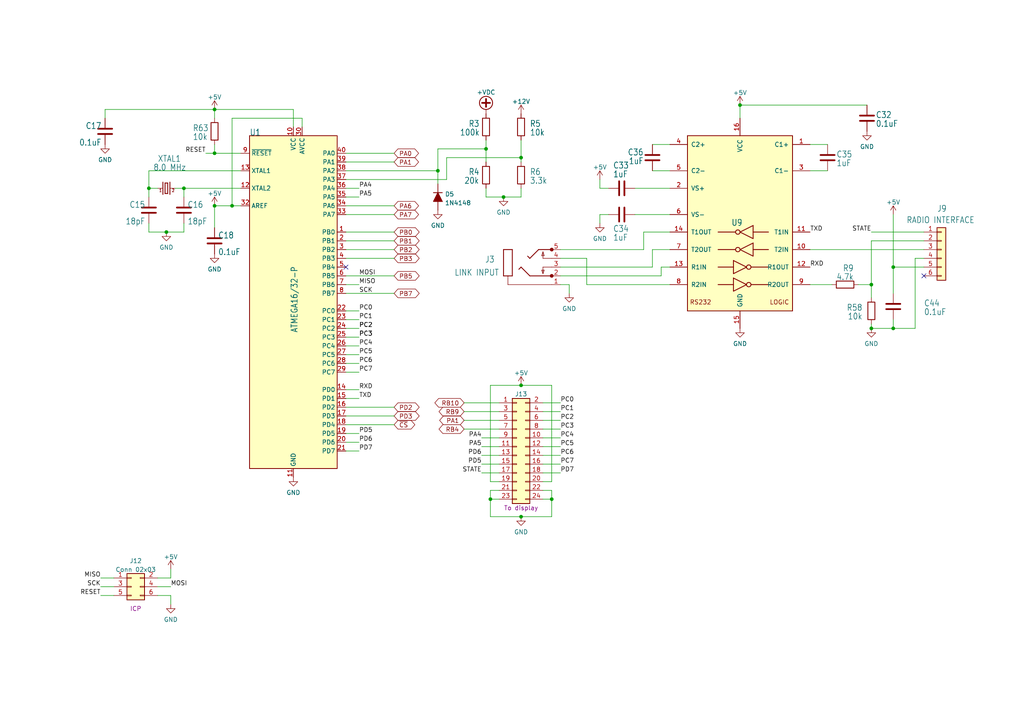
<source format=kicad_sch>
(kicad_sch (version 20211123) (generator eeschema)
  (paper "A4")
  (title_block (date "2022-08-01") (rev "1.3-Chi"))
  (lib_symbols
    (symbol "Connector_Generic:Conn_01x06" (pin_names (offset 1.016) hide)
      (property "Reference" "J" (at 0 7.62 0))
      (property "Value" "Conn_01x06" (at 0 -10.16 0))
      (symbol "Conn_01x06_1_1"
        (rectangle (start -1.27 -7.493) (end 0 -7.747) (stroke (width 0.1524)))
        (rectangle (start -1.27 -4.953) (end 0 -5.207) (stroke (width 0.1524)))
        (rectangle (start -1.27 -2.413) (end 0 -2.667) (stroke (width 0.1524)))
        (rectangle (start -1.27 0.127) (end 0 -0.127) (stroke (width 0.1524)))
        (rectangle (start -1.27 2.667) (end 0 2.413) (stroke (width 0.1524)))
        (rectangle (start -1.27 5.207) (end 0 4.953) (stroke (width 0.1524)))
        (rectangle (start -1.27 6.35) (end 1.27 -8.89) (stroke (width 0.254)) (fill (type background)))
        (pin passive line (at -5.08 5.08 0) (length 3.81) (name "Pin_1") (number "1"))
        (pin passive line (at -5.08 2.54 0) (length 3.81) (name "Pin_2") (number "2"))
        (pin passive line (at -5.08 0 0) (length 3.81) (name "Pin_3") (number "3"))
        (pin passive line (at -5.08 -2.54 0) (length 3.81) (name "Pin_4") (number "4"))
        (pin passive line (at -5.08 -5.08 0) (length 3.81) (name "Pin_5") (number "5"))
        (pin passive line (at -5.08 -7.62 0) (length 3.81) (name "Pin_6") (number "6"))
      )
    )
    (symbol "Connector_Generic:Conn_02x03_Odd_Even" (pin_names (offset 1.016) hide)
      (property "Reference" "J" (at 1.27 5.08 0))
      (property "Value" "Conn_02x03_Odd_Even" (at 1.27 -5.08 0))
      (symbol "Conn_02x03_Odd_Even_1_1"
        (rectangle (start -1.27 -2.413) (end 0 -2.667) (stroke (width 0.1524)))
        (rectangle (start -1.27 0.127) (end 0 -0.127) (stroke (width 0.1524)))
        (rectangle (start -1.27 2.667) (end 0 2.413) (stroke (width 0.1524)))
        (rectangle (start -1.27 3.81) (end 3.81 -3.81) (stroke (width 0.254)) (fill (type background)))
        (rectangle (start 3.81 -2.413) (end 2.54 -2.667) (stroke (width 0.1524)))
        (rectangle (start 3.81 0.127) (end 2.54 -0.127) (stroke (width 0.1524)))
        (rectangle (start 3.81 2.667) (end 2.54 2.413) (stroke (width 0.1524)))
        (pin passive line (at -5.08 2.54 0) (length 3.81) (name "Pin_1") (number "1"))
        (pin passive line (at 7.62 2.54 180) (length 3.81) (name "Pin_2") (number "2"))
        (pin passive line (at -5.08 0 0) (length 3.81) (name "Pin_3") (number "3"))
        (pin passive line (at 7.62 0 180) (length 3.81) (name "Pin_4") (number "4"))
        (pin passive line (at -5.08 -2.54 0) (length 3.81) (name "Pin_5") (number "5"))
        (pin passive line (at 7.62 -2.54 180) (length 3.81) (name "Pin_6") (number "6"))
      )
    )
    (symbol "Connector_Generic:Conn_02x12_Odd_Even" (pin_names (offset 1.016) hide)
      (property "Reference" "J" (at 1.27 15.24 0))
      (property "Value" "Conn_02x12_Odd_Even" (at 1.27 -17.78 0))
      (symbol "Conn_02x12_Odd_Even_1_1"
        (rectangle (start -1.27 -15.113) (end 0 -15.367) (stroke (width 0.1524)))
        (rectangle (start -1.27 -12.573) (end 0 -12.827) (stroke (width 0.1524)))
        (rectangle (start -1.27 -10.033) (end 0 -10.287) (stroke (width 0.1524)))
        (rectangle (start -1.27 -7.493) (end 0 -7.747) (stroke (width 0.1524)))
        (rectangle (start -1.27 -4.953) (end 0 -5.207) (stroke (width 0.1524)))
        (rectangle (start -1.27 -2.413) (end 0 -2.667) (stroke (width 0.1524)))
        (rectangle (start -1.27 0.127) (end 0 -0.127) (stroke (width 0.1524)))
        (rectangle (start -1.27 2.667) (end 0 2.413) (stroke (width 0.1524)))
        (rectangle (start -1.27 5.207) (end 0 4.953) (stroke (width 0.1524)))
        (rectangle (start -1.27 7.747) (end 0 7.493) (stroke (width 0.1524)))
        (rectangle (start -1.27 10.287) (end 0 10.033) (stroke (width 0.1524)))
        (rectangle (start -1.27 12.827) (end 0 12.573) (stroke (width 0.1524)))
        (rectangle (start -1.27 13.97) (end 3.81 -16.51) (stroke (width 0.254)) (fill (type background)))
        (rectangle (start 3.81 -15.113) (end 2.54 -15.367) (stroke (width 0.1524)))
        (rectangle (start 3.81 -12.573) (end 2.54 -12.827) (stroke (width 0.1524)))
        (rectangle (start 3.81 -10.033) (end 2.54 -10.287) (stroke (width 0.1524)))
        (rectangle (start 3.81 -7.493) (end 2.54 -7.747) (stroke (width 0.1524)))
        (rectangle (start 3.81 -4.953) (end 2.54 -5.207) (stroke (width 0.1524)))
        (rectangle (start 3.81 -2.413) (end 2.54 -2.667) (stroke (width 0.1524)))
        (rectangle (start 3.81 0.127) (end 2.54 -0.127) (stroke (width 0.1524)))
        (rectangle (start 3.81 2.667) (end 2.54 2.413) (stroke (width 0.1524)))
        (rectangle (start 3.81 5.207) (end 2.54 4.953) (stroke (width 0.1524)))
        (rectangle (start 3.81 7.747) (end 2.54 7.493) (stroke (width 0.1524)))
        (rectangle (start 3.81 10.287) (end 2.54 10.033) (stroke (width 0.1524)))
        (rectangle (start 3.81 12.827) (end 2.54 12.573) (stroke (width 0.1524)))
        (pin passive line (at -5.08 12.7 0) (length 3.81) (name "Pin_1") (number "1"))
        (pin passive line (at 7.62 2.54 180) (length 3.81) (name "Pin_10") (number "10"))
        (pin passive line (at -5.08 0 0) (length 3.81) (name "Pin_11") (number "11"))
        (pin passive line (at 7.62 0 180) (length 3.81) (name "Pin_12") (number "12"))
        (pin passive line (at -5.08 -2.54 0) (length 3.81) (name "Pin_13") (number "13"))
        (pin passive line (at 7.62 -2.54 180) (length 3.81) (name "Pin_14") (number "14"))
        (pin passive line (at -5.08 -5.08 0) (length 3.81) (name "Pin_15") (number "15"))
        (pin passive line (at 7.62 -5.08 180) (length 3.81) (name "Pin_16") (number "16"))
        (pin passive line (at -5.08 -7.62 0) (length 3.81) (name "Pin_17") (number "17"))
        (pin passive line (at 7.62 -7.62 180) (length 3.81) (name "Pin_18") (number "18"))
        (pin passive line (at -5.08 -10.16 0) (length 3.81) (name "Pin_19") (number "19"))
        (pin passive line (at 7.62 12.7 180) (length 3.81) (name "Pin_2") (number "2"))
        (pin passive line (at 7.62 -10.16 180) (length 3.81) (name "Pin_20") (number "20"))
        (pin passive line (at -5.08 -12.7 0) (length 3.81) (name "Pin_21") (number "21"))
        (pin passive line (at 7.62 -12.7 180) (length 3.81) (name "Pin_22") (number "22"))
        (pin passive line (at -5.08 -15.24 0) (length 3.81) (name "Pin_23") (number "23"))
        (pin passive line (at 7.62 -15.24 180) (length 3.81) (name "Pin_24") (number "24"))
        (pin passive line (at -5.08 10.16 0) (length 3.81) (name "Pin_3") (number "3"))
        (pin passive line (at 7.62 10.16 180) (length 3.81) (name "Pin_4") (number "4"))
        (pin passive line (at -5.08 7.62 0) (length 3.81) (name "Pin_5") (number "5"))
        (pin passive line (at 7.62 7.62 180) (length 3.81) (name "Pin_6") (number "6"))
        (pin passive line (at -5.08 5.08 0) (length 3.81) (name "Pin_7") (number "7"))
        (pin passive line (at 7.62 5.08 180) (length 3.81) (name "Pin_8") (number "8"))
        (pin passive line (at -5.08 2.54 0) (length 3.81) (name "Pin_9") (number "9"))
      )
    )
    (symbol "Device:C" (pin_numbers hide) (pin_names (offset 0.254))
      (property "Reference" "C" (at 0.635 2.54 0))
      (property "Value" "C" (at 0.635 -2.54 0))
      (symbol "C_0_1"
        (polyline (pts (xy -2.032 -0.762) (xy 2.032 -0.762)) (stroke (width 0.508)))
        (polyline (pts (xy -2.032 0.762) (xy 2.032 0.762)) (stroke (width 0.508)))
      )
      (symbol "C_1_1"
        (pin passive line (at 0 3.81 270) (length 2.794) (name "~") (number "1"))
        (pin passive line (at 0 -3.81 90) (length 2.794) (name "~") (number "2"))
      )
    )
    (symbol "Device:D_Filled" (pin_numbers hide) (pin_names (offset 1.016) hide)
      (property "Reference" "D" (at 0 2.54 0))
      (property "Value" "D_Filled" (at 0 -2.54 0))
      (symbol "D_Filled_0_1"
        (polyline (pts (xy -1.27 1.27) (xy -1.27 -1.27)) (stroke (width 0.254)))
        (polyline (pts (xy 1.27 0) (xy -1.27 0)))
        (polyline (pts (xy 1.27 1.27) (xy 1.27 -1.27) (xy -1.27 0) (xy 1.27 1.27)) (stroke (width 0.254)) (fill (type outline)))
      )
      (symbol "D_Filled_1_1"
        (pin passive line (at -3.81 0 0) (length 2.54) (name "K") (number "1"))
        (pin passive line (at 3.81 0 180) (length 2.54) (name "A") (number "2"))
      )
    )
    (symbol "Device:R" (pin_numbers hide) (pin_names (offset 0))
      (property "Reference" "R" (at 2.032 0 90))
      (property "Value" "R" (at 0 0 90))
      (symbol "R_0_1"
        (rectangle (start -1.016 -2.54) (end 1.016 2.54) (stroke (width 0.254)))
      )
      (symbol "R_1_1"
        (pin passive line (at 0 3.81 270) (length 1.27) (name "~") (number "1"))
        (pin passive line (at 0 -3.81 90) (length 1.27) (name "~") (number "2"))
      )
    )
    (symbol "Interface_UART:MAX232" (pin_names (offset 1.016))
      (property "Reference" "U" (at -2.54 28.575 0))
      (property "Value" "MAX232" (at -2.54 26.67 0))
      (symbol "MAX232_0_0"
        (text "LOGIC" (at -11.43 -22.86 0) (effects (font (size 1.27 1.27))))
        (text "RS232" (at 11.43 -22.86 0) (effects (font (size 1.27 1.27))))
      )
      (symbol "MAX232_0_1"
        (rectangle (start -15.24 -25.4) (end 15.24 25.4) (stroke (width 0.254)) (fill (type background)))
        (circle (center -2.54 -17.78) (radius 0.635) (stroke (width 0.254)))
        (circle (center -2.54 -12.7) (radius 0.635) (stroke (width 0.254)))
        (polyline (pts (xy -3.81 -7.62) (xy -8.255 -7.62)) (stroke (width 0.254)))
        (polyline (pts (xy -3.81 -2.54) (xy -8.255 -2.54)) (stroke (width 0.254)))
        (polyline (pts (xy -3.175 -17.78) (xy -8.255 -17.78)) (stroke (width 0.254)))
        (polyline (pts (xy -3.175 -12.7) (xy -8.255 -12.7)) (stroke (width 0.254)))
        (polyline (pts (xy 1.27 -7.62) (xy 6.35 -7.62)) (stroke (width 0.254)))
        (polyline (pts (xy 1.27 -2.54) (xy 6.35 -2.54)) (stroke (width 0.254)))
        (polyline (pts (xy 1.905 -17.78) (xy 6.35 -17.78)) (stroke (width 0.254)))
        (polyline (pts (xy 1.905 -12.7) (xy 6.35 -12.7)) (stroke (width 0.254)))
        (polyline (pts (xy -3.81 -5.715) (xy -3.81 -9.525) (xy 0 -7.62) (xy -3.81 -5.715)) (stroke (width 0.254)))
        (polyline (pts (xy -3.81 -0.635) (xy -3.81 -4.445) (xy 0 -2.54) (xy -3.81 -0.635)) (stroke (width 0.254)))
        (polyline (pts (xy 1.905 -15.875) (xy 1.905 -19.685) (xy -1.905 -17.78) (xy 1.905 -15.875)) (stroke (width 0.254)))
        (polyline (pts (xy 1.905 -10.795) (xy 1.905 -14.605) (xy -1.905 -12.7) (xy 1.905 -10.795)) (stroke (width 0.254)))
        (circle (center 0.635 -7.62) (radius 0.635) (stroke (width 0.254)))
        (circle (center 0.635 -2.54) (radius 0.635) (stroke (width 0.254)))
      )
      (symbol "MAX232_1_1"
        (pin passive line (at -20.32 22.86 0) (length 5.08) (name "C1+") (number "1"))
        (pin input line (at -20.32 -7.62 0) (length 5.08) (name "T2IN") (number "10"))
        (pin input line (at -20.32 -2.54 0) (length 5.08) (name "T1IN") (number "11"))
        (pin output line (at -20.32 -12.7 0) (length 5.08) (name "R1OUT") (number "12"))
        (pin input line (at 20.32 -12.7 180) (length 5.08) (name "R1IN") (number "13"))
        (pin output line (at 20.32 -2.54 180) (length 5.08) (name "T1OUT") (number "14"))
        (pin power_in line (at 0 -30.48 90) (length 5.08) (name "GND") (number "15"))
        (pin power_in line (at 0 30.48 270) (length 5.08) (name "VCC") (number "16"))
        (pin power_out line (at 20.32 10.16 180) (length 5.08) (name "VS+") (number "2"))
        (pin passive line (at -20.32 15.24 0) (length 5.08) (name "C1-") (number "3"))
        (pin passive line (at 20.32 22.86 180) (length 5.08) (name "C2+") (number "4"))
        (pin passive line (at 20.32 15.24 180) (length 5.08) (name "C2-") (number "5"))
        (pin power_out line (at 20.32 2.54 180) (length 5.08) (name "VS-") (number "6"))
        (pin output line (at 20.32 -7.62 180) (length 5.08) (name "T2OUT") (number "7"))
        (pin input line (at 20.32 -17.78 180) (length 5.08) (name "R2IN") (number "8"))
        (pin output line (at -20.32 -17.78 0) (length 5.08) (name "R2OUT") (number "9"))
      )
    )
    (symbol "MCU_Microchip_ATmega:ATmega16-16P"
      (property "Reference" "U" (at -12.7 49.53 0))
      (property "Value" "ATmega16-16P" (at 2.54 -49.53 0))
      (symbol "ATmega16-16P_0_1"
        (rectangle (start -12.7 -48.26) (end 12.7 48.26) (stroke (width 0.254)) (fill (type background)))
      )
      (symbol "ATmega16-16P_1_1"
        (pin bidirectional line (at 15.24 20.32 180) (length 2.54) (name "PB0") (number "1"))
        (pin power_in line (at 0 50.8 270) (length 2.54) (name "VCC") (number "10"))
        (pin power_in line (at 0 -50.8 90) (length 2.54) (name "GND") (number "11"))
        (pin output line (at -15.24 33.02 0) (length 2.54) (name "XTAL2") (number "12"))
        (pin input line (at -15.24 38.1 0) (length 2.54) (name "XTAL1") (number "13"))
        (pin bidirectional line (at 15.24 -25.4 180) (length 2.54) (name "PD0") (number "14"))
        (pin bidirectional line (at 15.24 -27.94 180) (length 2.54) (name "PD1") (number "15"))
        (pin bidirectional line (at 15.24 -30.48 180) (length 2.54) (name "PD2") (number "16"))
        (pin bidirectional line (at 15.24 -33.02 180) (length 2.54) (name "PD3") (number "17"))
        (pin bidirectional line (at 15.24 -35.56 180) (length 2.54) (name "PD4") (number "18"))
        (pin bidirectional line (at 15.24 -38.1 180) (length 2.54) (name "PD5") (number "19"))
        (pin bidirectional line (at 15.24 17.78 180) (length 2.54) (name "PB1") (number "2"))
        (pin bidirectional line (at 15.24 -40.64 180) (length 2.54) (name "PD6") (number "20"))
        (pin bidirectional line (at 15.24 -43.18 180) (length 2.54) (name "PD7") (number "21"))
        (pin bidirectional line (at 15.24 -2.54 180) (length 2.54) (name "PC0") (number "22"))
        (pin bidirectional line (at 15.24 -5.08 180) (length 2.54) (name "PC1") (number "23"))
        (pin bidirectional line (at 15.24 -7.62 180) (length 2.54) (name "PC2") (number "24"))
        (pin bidirectional line (at 15.24 -10.16 180) (length 2.54) (name "PC3") (number "25"))
        (pin bidirectional line (at 15.24 -12.7 180) (length 2.54) (name "PC4") (number "26"))
        (pin bidirectional line (at 15.24 -15.24 180) (length 2.54) (name "PC5") (number "27"))
        (pin bidirectional line (at 15.24 -17.78 180) (length 2.54) (name "PC6") (number "28"))
        (pin bidirectional line (at 15.24 -20.32 180) (length 2.54) (name "PC7") (number "29"))
        (pin bidirectional line (at 15.24 15.24 180) (length 2.54) (name "PB2") (number "3"))
        (pin power_in line (at 2.54 50.8 270) (length 2.54) (name "AVCC") (number "30"))
        (pin passive line (at 0 -50.8 90) (length 2.54) hide (name "GND") (number "31"))
        (pin passive line (at -15.24 27.94 0) (length 2.54) (name "AREF") (number "32"))
        (pin bidirectional line (at 15.24 25.4 180) (length 2.54) (name "PA7") (number "33"))
        (pin bidirectional line (at 15.24 27.94 180) (length 2.54) (name "PA6") (number "34"))
        (pin bidirectional line (at 15.24 30.48 180) (length 2.54) (name "PA5") (number "35"))
        (pin bidirectional line (at 15.24 33.02 180) (length 2.54) (name "PA4") (number "36"))
        (pin bidirectional line (at 15.24 35.56 180) (length 2.54) (name "PA3") (number "37"))
        (pin bidirectional line (at 15.24 38.1 180) (length 2.54) (name "PA2") (number "38"))
        (pin bidirectional line (at 15.24 40.64 180) (length 2.54) (name "PA1") (number "39"))
        (pin bidirectional line (at 15.24 12.7 180) (length 2.54) (name "PB3") (number "4"))
        (pin bidirectional line (at 15.24 43.18 180) (length 2.54) (name "PA0") (number "40"))
        (pin bidirectional line (at 15.24 10.16 180) (length 2.54) (name "PB4") (number "5"))
        (pin bidirectional line (at 15.24 7.62 180) (length 2.54) (name "PB5") (number "6"))
        (pin bidirectional line (at 15.24 5.08 180) (length 2.54) (name "PB6") (number "7"))
        (pin bidirectional line (at 15.24 2.54 180) (length 2.54) (name "PB7") (number "8"))
        (pin input line (at -15.24 43.18 0) (length 2.54) (name "~{RESET}") (number "9"))
      )
    )
    (symbol "mk312-eagle-import:CRYSTALHC49S"
      (property "Reference" "Q" (at 2.54 1.016 0))
      (property "Value" "CRYSTALHC49S" (at 2.54 -2.54 0))
      (symbol "CRYSTALHC49S_1_0"
        (polyline (pts (xy -2.54 0) (xy -1.016 0)) (stroke (width 0.1524)))
        (polyline (pts (xy -1.016 1.778) (xy -1.016 -1.778)) (stroke (width 0.254)))
        (polyline (pts (xy -0.381 -1.524) (xy 0.381 -1.524)) (stroke (width 0.254)))
        (polyline (pts (xy -0.381 1.524) (xy -0.381 -1.524)) (stroke (width 0.254)))
        (polyline (pts (xy 0.381 -1.524) (xy 0.381 1.524)) (stroke (width 0.254)))
        (polyline (pts (xy 0.381 1.524) (xy -0.381 1.524)) (stroke (width 0.254)))
        (polyline (pts (xy 1.016 0) (xy 2.54 0)) (stroke (width 0.1524)))
        (polyline (pts (xy 1.016 1.778) (xy 1.016 -1.778)) (stroke (width 0.254)))
        (text "1" (at -2.159 -1.143 0) (effects (font (size 0.8636 0.734)) (justify left bottom)))
        (text "2" (at 1.524 -1.143 0) (effects (font (size 0.8636 0.734)) (justify left bottom)))
        (pin passive line (at -2.54 0 0) (length 0) (name "1") (number "1"))
        (pin passive line (at 2.54 0 180) (length 0) (name "2") (number "2"))
      )
    )
    (symbol "mk312-eagle-import:STEREOJACK"
      (property "Reference" "X" (at -7.62 3.81 0))
      (property "Value" "STEREOJACK" (at -7.62 -10.16 0))
      (symbol "STEREOJACK_1_0"
        (circle (center -10.16 -5.08) (radius 0.127) (stroke (width 0.4064)))
        (circle (center -10.16 2.54) (radius 0.127) (stroke (width 0.4064)))
        (polyline (pts (xy -10.16 -5.08) (xy -3.81 -5.08)) (stroke (width 0.254)))
        (polyline (pts (xy -10.16 -2.54) (xy -7.62 -2.54)) (stroke (width 0.1524)))
        (polyline (pts (xy -10.16 0) (xy -7.62 0)) (stroke (width 0.1524)))
        (polyline (pts (xy -10.16 2.54) (xy -6.35 2.54)) (stroke (width 0.254)))
        (polyline (pts (xy -8.001 -3.429) (xy -7.239 -3.429)) (stroke (width 0.1524)))
        (polyline (pts (xy -8.001 0.762) (xy -7.239 0.762)) (stroke (width 0.1524)))
        (polyline (pts (xy -7.62 -4.445) (xy -8.001 -3.429)) (stroke (width 0.1524)))
        (polyline (pts (xy -7.62 -2.54) (xy -7.62 -4.445)) (stroke (width 0.1524)))
        (polyline (pts (xy -7.62 0) (xy -7.62 1.905)) (stroke (width 0.1524)))
        (polyline (pts (xy -7.62 1.905) (xy -8.001 0.762)) (stroke (width 0.1524)))
        (polyline (pts (xy -7.239 -3.429) (xy -7.62 -4.445)) (stroke (width 0.1524)))
        (polyline (pts (xy -7.239 0.762) (xy -7.62 1.905)) (stroke (width 0.1524)))
        (polyline (pts (xy -6.35 2.54) (xy -3.81 0)) (stroke (width 0.254)))
        (polyline (pts (xy -3.81 0) (xy -3.175 0.635)) (stroke (width 0.254)))
        (polyline (pts (xy -1.27 -2.54) (xy -3.81 -5.08)) (stroke (width 0.254)))
        (polyline (pts (xy -0.635 -3.175) (xy -1.27 -2.54)) (stroke (width 0.254)))
        (polyline (pts (xy 1.27 -5.08) (xy 1.27 2.54)) (stroke (width 0.254)))
        (polyline (pts (xy 1.27 -5.08) (xy 2.54 -5.08)) (stroke (width 0.254)))
        (polyline (pts (xy 1.27 2.54) (xy 3.81 2.54)) (stroke (width 0.254)))
        (polyline (pts (xy 2.54 -7.62) (xy -10.16 -7.62)) (stroke (width 0.1524)))
        (polyline (pts (xy 2.54 -5.08) (xy 2.54 -7.62)) (stroke (width 0.1524)))
        (polyline (pts (xy 2.54 -5.08) (xy 3.81 -5.08)) (stroke (width 0.254)))
        (polyline (pts (xy 3.81 -5.08) (xy 3.81 2.54)) (stroke (width 0.254)))
        (pin passive line (at -12.7 -7.62 0) (length 2.54) (name "1") (number "1"))
        (pin passive line (at -12.7 -5.08 0) (length 2.54) (name "2") (number "2"))
        (pin passive line (at -12.7 -2.54 0) (length 2.54) (name "3") (number "3"))
        (pin passive line (at -12.7 0 0) (length 2.54) (name "4") (number "4"))
        (pin passive line (at -12.7 2.54 0) (length 2.54) (name "5") (number "5"))
      )
    )
    (symbol "power:+12V" (power) (pin_names (offset 0))
      (property "Value" "+12V" (at 0 3.556 0))
      (symbol "+12V_0_1"
        (polyline (pts (xy -0.762 1.27) (xy 0 2.54)))
        (polyline (pts (xy 0 0) (xy 0 2.54)))
        (polyline (pts (xy 0 2.54) (xy 0.762 1.27)))
      )
      (symbol "+12V_1_1"
        (pin power_in line (at 0 0 90) (length 0) hide (name "+12V") (number "1"))
      )
    )
    (symbol "power:+5V" (power) (pin_names (offset 0))
      (property "Value" "+5V" (at 0 3.556 0))
      (symbol "+5V_0_1"
        (polyline (pts (xy -0.762 1.27) (xy 0 2.54)))
        (polyline (pts (xy 0 0) (xy 0 2.54)))
        (polyline (pts (xy 0 2.54) (xy 0.762 1.27)))
      )
      (symbol "+5V_1_1"
        (pin power_in line (at 0 0 90) (length 0) hide (name "+5V") (number "1"))
      )
    )
    (symbol "power:+VDC" (power) (pin_names (offset 0))
      (property "Value" "+VDC" (at 0 6.35 0))
      (symbol "+VDC_0_1"
        (polyline (pts (xy -1.143 3.175) (xy 1.143 3.175)) (stroke (width 0.508)))
        (polyline (pts (xy 0 0) (xy 0 1.27)))
        (polyline (pts (xy 0 2.032) (xy 0 4.318)) (stroke (width 0.508)))
        (circle (center 0 3.175) (radius 1.905) (stroke (width 0.254)))
      )
      (symbol "+VDC_1_1"
        (pin power_in line (at 0 0 90) (length 0) hide (name "+VDC") (number "1"))
      )
    )
    (symbol "power:GND" (power) (pin_names (offset 0))
      (property "Value" "GND" (at 0 -3.81 0))
      (symbol "GND_0_1"
        (polyline (pts (xy 0 0) (xy 0 -1.27) (xy 1.27 -1.27) (xy 0 -2.54) (xy -1.27 -1.27) (xy 0 -1.27)))
      )
      (symbol "GND_1_1"
        (pin power_in line (at 0 0 270) (length 0) hide (name "GND") (number "1"))
      )
    )
  )
  (junction (at 259.08 95.25))
  (junction (at 151.13 45.72))
  (junction (at 48.26 67.31))
  (junction (at 140.97 43.18))
  (junction (at 142.24 144.78))
  (junction (at 252.73 95.25))
  (junction (at 43.18 54.61))
  (junction (at 214.63 30.48))
  (junction (at 259.08 77.47))
  (junction (at 127 49.53))
  (junction (at 151.13 149.86))
  (junction (at 160.02 144.78))
  (junction (at 252.73 82.55))
  (junction (at 67.31 59.69))
  (junction (at 62.23 59.69))
  (junction (at 62.23 44.45))
  (junction (at 53.34 54.61))
  (junction (at 146.05 57.15))
  (junction (at 62.23 31.75))
  (junction (at 151.13 111.76))
  (no_connect (at 100.33 77.47))
  (no_connect (at 267.97 80.01))
  (wire (pts (xy 157.48 119.38) (xy 162.56 119.38)))
  (wire (pts (xy 157.48 127) (xy 162.56 127)))
  (wire (pts (xy 100.33 69.85) (xy 114.3 69.85)))
  (wire (pts (xy 129.54 52.07) (xy 129.54 45.72)))
  (wire (pts (xy 85.09 36.83) (xy 85.09 31.75)))
  (wire (pts (xy 100.33 80.01) (xy 114.3 80.01)))
  (wire (pts (xy 100.33 62.23) (xy 114.3 62.23)))
  (wire (pts (xy 134.62 124.46) (xy 144.78 124.46)))
  (wire (pts (xy 69.85 49.53) (xy 43.18 49.53)))
  (wire (pts (xy 100.33 44.45) (xy 114.3 44.45)))
  (wire (pts (xy 259.08 77.47) (xy 259.08 85.09)))
  (wire (pts (xy 59.69 44.45) (xy 62.23 44.45)))
  (wire (pts (xy 151.13 40.64) (xy 151.13 45.72)))
  (wire (pts (xy 100.33 74.93) (xy 114.3 74.93)))
  (wire (pts (xy 100.33 120.65) (xy 114.3 120.65)))
  (wire (pts (xy 29.21 170.18) (xy 33.02 170.18)))
  (wire (pts (xy 49.53 172.72) (xy 49.53 175.26)))
  (wire (pts (xy 100.33 54.61) (xy 104.14 54.61)))
  (wire (pts (xy 100.33 123.19) (xy 114.3 123.19)))
  (wire (pts (xy 160.02 144.78) (xy 160.02 142.24)))
  (wire (pts (xy 29.21 167.64) (xy 33.02 167.64)))
  (wire (pts (xy 184.15 54.61) (xy 194.31 54.61)))
  (wire (pts (xy 146.05 57.15) (xy 151.13 57.15)))
  (wire (pts (xy 127 43.18) (xy 140.97 43.18)))
  (wire (pts (xy 100.33 52.07) (xy 129.54 52.07)))
  (wire (pts (xy 53.34 67.31) (xy 48.26 67.31)))
  (wire (pts (xy 176.53 62.23) (xy 173.99 62.23)))
  (wire (pts (xy 259.08 62.23) (xy 259.08 77.47)))
  (wire (pts (xy 165.1 82.55) (xy 162.56 82.55)))
  (wire (pts (xy 100.33 46.99) (xy 114.3 46.99)))
  (wire (pts (xy 100.33 105.41) (xy 104.14 105.41)))
  (wire (pts (xy 142.24 142.24) (xy 142.24 144.78)))
  (wire (pts (xy 29.21 172.72) (xy 33.02 172.72)))
  (wire (pts (xy 259.08 77.47) (xy 267.97 77.47)))
  (wire (pts (xy 139.7 129.54) (xy 144.78 129.54)))
  (wire (pts (xy 67.31 34.29) (xy 87.63 34.29)))
  (wire (pts (xy 139.7 127) (xy 144.78 127)))
  (wire (pts (xy 100.33 102.87) (xy 104.14 102.87)))
  (wire (pts (xy 189.23 41.91) (xy 194.31 41.91)))
  (wire (pts (xy 62.23 31.75) (xy 30.48 31.75)))
  (wire (pts (xy 45.72 170.18) (xy 49.53 170.18)))
  (wire (pts (xy 157.48 129.54) (xy 162.56 129.54)))
  (wire (pts (xy 214.63 30.48) (xy 214.63 34.29)))
  (wire (pts (xy 100.33 128.27) (xy 104.14 128.27)))
  (wire (pts (xy 43.18 57.15) (xy 43.18 54.61)))
  (wire (pts (xy 234.95 72.39) (xy 267.97 72.39)))
  (wire (pts (xy 100.33 118.11) (xy 114.3 118.11)))
  (wire (pts (xy 267.97 74.93) (xy 265.43 74.93)))
  (wire (pts (xy 100.33 97.79) (xy 104.14 97.79)))
  (wire (pts (xy 62.23 44.45) (xy 69.85 44.45)))
  (wire (pts (xy 140.97 54.61) (xy 140.97 57.15)))
  (wire (pts (xy 160.02 149.86) (xy 160.02 144.78)))
  (wire (pts (xy 173.99 62.23) (xy 173.99 64.77)))
  (wire (pts (xy 100.33 115.57) (xy 104.14 115.57)))
  (wire (pts (xy 134.62 119.38) (xy 144.78 119.38)))
  (wire (pts (xy 43.18 64.77) (xy 43.18 67.31)))
  (wire (pts (xy 100.33 130.81) (xy 104.14 130.81)))
  (wire (pts (xy 100.33 90.17) (xy 104.14 90.17)))
  (wire (pts (xy 165.1 82.55) (xy 165.1 85.09)))
  (wire (pts (xy 62.23 59.69) (xy 62.23 66.04)))
  (wire (pts (xy 134.62 121.92) (xy 144.78 121.92)))
  (wire (pts (xy 62.23 41.91) (xy 62.23 44.45)))
  (wire (pts (xy 157.48 124.46) (xy 162.56 124.46)))
  (wire (pts (xy 100.33 67.31) (xy 114.3 67.31)))
  (wire (pts (xy 151.13 149.86) (xy 160.02 149.86)))
  (wire (pts (xy 142.24 144.78) (xy 142.24 149.86)))
  (wire (pts (xy 100.33 113.03) (xy 104.14 113.03)))
  (wire (pts (xy 100.33 100.33) (xy 104.14 100.33)))
  (wire (pts (xy 184.15 62.23) (xy 194.31 62.23)))
  (wire (pts (xy 49.53 165.1) (xy 49.53 167.64)))
  (wire (pts (xy 48.26 67.31) (xy 43.18 67.31)))
  (wire (pts (xy 160.02 111.76) (xy 160.02 139.7)))
  (wire (pts (xy 162.56 80.01) (xy 191.77 80.01)))
  (wire (pts (xy 151.13 111.76) (xy 160.02 111.76)))
  (wire (pts (xy 252.73 69.85) (xy 267.97 69.85)))
  (wire (pts (xy 142.24 111.76) (xy 151.13 111.76)))
  (wire (pts (xy 162.56 72.39) (xy 186.69 72.39)))
  (wire (pts (xy 100.33 107.95) (xy 104.14 107.95)))
  (wire (pts (xy 151.13 54.61) (xy 151.13 57.15)))
  (wire (pts (xy 87.63 34.29) (xy 87.63 36.83)))
  (wire (pts (xy 43.18 54.61) (xy 45.72 54.61)))
  (wire (pts (xy 142.24 149.86) (xy 151.13 149.86)))
  (wire (pts (xy 67.31 59.69) (xy 67.31 34.29)))
  (wire (pts (xy 140.97 43.18) (xy 140.97 46.99)))
  (wire (pts (xy 142.24 144.78) (xy 144.78 144.78)))
  (wire (pts (xy 100.33 82.55) (xy 104.14 82.55)))
  (wire (pts (xy 265.43 74.93) (xy 265.43 95.25)))
  (wire (pts (xy 186.69 72.39) (xy 186.69 67.31)))
  (wire (pts (xy 100.33 57.15) (xy 104.14 57.15)))
  (wire (pts (xy 157.48 144.78) (xy 160.02 144.78)))
  (wire (pts (xy 67.31 59.69) (xy 69.85 59.69)))
  (wire (pts (xy 252.73 82.55) (xy 252.73 69.85)))
  (wire (pts (xy 50.8 54.61) (xy 53.34 54.61)))
  (wire (pts (xy 189.23 72.39) (xy 189.23 77.47)))
  (wire (pts (xy 170.18 82.55) (xy 194.31 82.55)))
  (wire (pts (xy 100.33 95.25) (xy 104.14 95.25)))
  (wire (pts (xy 186.69 67.31) (xy 194.31 67.31)))
  (wire (pts (xy 170.18 74.93) (xy 170.18 82.55)))
  (wire (pts (xy 49.53 167.64) (xy 45.72 167.64)))
  (wire (pts (xy 162.56 77.47) (xy 189.23 77.47)))
  (wire (pts (xy 43.18 49.53) (xy 43.18 54.61)))
  (wire (pts (xy 53.34 54.61) (xy 69.85 54.61)))
  (wire (pts (xy 191.77 77.47) (xy 194.31 77.47)))
  (wire (pts (xy 100.33 125.73) (xy 104.14 125.73)))
  (wire (pts (xy 173.99 54.61) (xy 173.99 52.07)))
  (wire (pts (xy 134.62 116.84) (xy 144.78 116.84)))
  (wire (pts (xy 100.33 72.39) (xy 114.3 72.39)))
  (wire (pts (xy 214.63 30.48) (xy 251.46 30.48)))
  (wire (pts (xy 151.13 45.72) (xy 151.13 46.99)))
  (wire (pts (xy 176.53 54.61) (xy 173.99 54.61)))
  (wire (pts (xy 189.23 49.53) (xy 194.31 49.53)))
  (wire (pts (xy 139.7 132.08) (xy 144.78 132.08)))
  (wire (pts (xy 140.97 57.15) (xy 146.05 57.15)))
  (wire (pts (xy 100.33 49.53) (xy 127 49.53)))
  (wire (pts (xy 157.48 116.84) (xy 162.56 116.84)))
  (wire (pts (xy 259.08 95.25) (xy 265.43 95.25)))
  (wire (pts (xy 85.09 31.75) (xy 62.23 31.75)))
  (wire (pts (xy 140.97 40.64) (xy 140.97 43.18)))
  (wire (pts (xy 157.48 132.08) (xy 162.56 132.08)))
  (wire (pts (xy 191.77 80.01) (xy 191.77 77.47)))
  (wire (pts (xy 62.23 59.69) (xy 67.31 59.69)))
  (wire (pts (xy 241.3 82.55) (xy 234.95 82.55)))
  (wire (pts (xy 45.72 172.72) (xy 49.53 172.72)))
  (wire (pts (xy 157.48 134.62) (xy 162.56 134.62)))
  (wire (pts (xy 53.34 57.15) (xy 53.34 54.61)))
  (wire (pts (xy 157.48 142.24) (xy 160.02 142.24)))
  (wire (pts (xy 259.08 95.25) (xy 252.73 95.25)))
  (wire (pts (xy 252.73 82.55) (xy 252.73 86.36)))
  (wire (pts (xy 139.7 134.62) (xy 144.78 134.62)))
  (wire (pts (xy 144.78 139.7) (xy 142.24 139.7)))
  (wire (pts (xy 252.73 67.31) (xy 267.97 67.31)))
  (wire (pts (xy 252.73 82.55) (xy 248.92 82.55)))
  (wire (pts (xy 162.56 74.93) (xy 170.18 74.93)))
  (wire (pts (xy 157.48 121.92) (xy 162.56 121.92)))
  (wire (pts (xy 259.08 92.71) (xy 259.08 95.25)))
  (wire (pts (xy 142.24 139.7) (xy 142.24 111.76)))
  (wire (pts (xy 53.34 64.77) (xy 53.34 67.31)))
  (wire (pts (xy 194.31 72.39) (xy 189.23 72.39)))
  (wire (pts (xy 100.33 92.71) (xy 104.14 92.71)))
  (wire (pts (xy 160.02 139.7) (xy 157.48 139.7)))
  (wire (pts (xy 139.7 137.16) (xy 144.78 137.16)))
  (wire (pts (xy 30.48 31.75) (xy 30.48 34.29)))
  (wire (pts (xy 144.78 142.24) (xy 142.24 142.24)))
  (wire (pts (xy 234.95 49.53) (xy 240.03 49.53)))
  (wire (pts (xy 100.33 85.09) (xy 114.3 85.09)))
  (wire (pts (xy 129.54 45.72) (xy 151.13 45.72)))
  (wire (pts (xy 252.73 93.98) (xy 252.73 95.25)))
  (wire (pts (xy 62.23 31.75) (xy 62.23 34.29)))
  (wire (pts (xy 127 49.53) (xy 127 43.18)))
  (wire (pts (xy 157.48 137.16) (xy 162.56 137.16)))
  (wire (pts (xy 100.33 59.69) (xy 114.3 59.69)))
  (wire (pts (xy 234.95 41.91) (xy 240.03 41.91)))
  (wire (pts (xy 127 49.53) (xy 127 53.34)))
  (label "PC3" (at 162.56 124.46 0))
  (label "PD6" (at 104.14 128.27 0))
  (label "PC2" (at 162.56 121.92 0))
  (label "PC3" (at 104.14 97.79 0))
  (label "PA5" (at 139.7 129.54 180))
  (label "SCK" (at 29.21 170.18 180))
  (label "MISO" (at 104.14 82.55 0))
  (label "RXD" (at 234.95 77.47 0))
  (label "PA4" (at 139.7 127 180))
  (label "STATE" (at 139.7 137.16 180))
  (label "PD5" (at 139.7 134.62 180))
  (label "PC4" (at 104.14 100.33 0))
  (label "PC3" (at 104.14 97.79 0))
  (label "PC6" (at 104.14 105.41 0))
  (label "RXD" (at 104.14 113.03 0))
  (label "PC5" (at 104.14 102.87 0))
  (label "PC7" (at 162.56 134.62 0))
  (label "PC2" (at 104.14 95.25 0))
  (label "PD7" (at 104.14 130.81 0))
  (label "PC2" (at 104.14 95.25 0))
  (label "PC5" (at 162.56 129.54 0))
  (label "MISO" (at 29.21 167.64 180))
  (label "PD5" (at 104.14 125.73 0))
  (label "RESET" (at 29.21 172.72 180))
  (label "PA5" (at 104.14 57.15 0))
  (label "PA4" (at 104.14 54.61 0))
  (label "MOSI" (at 49.53 170.18 0))
  (label "PD6" (at 139.7 132.08 180))
  (label "TXD" (at 234.95 67.31 0))
  (label "PC1" (at 162.56 119.38 0))
  (label "RESET" (at 59.69 44.45 180))
  (label "PC7" (at 104.14 107.95 0))
  (label "PC0" (at 104.14 90.17 0))
  (label "PC6" (at 162.56 132.08 0))
  (label "TXD" (at 104.14 115.57 0))
  (label "PD7" (at 162.56 137.16 0))
  (label "PC4" (at 162.56 127 0))
  (label "PC0" (at 162.56 116.84 0))
  (label "STATE" (at 252.73 67.31 180))
  (label "SCK" (at 104.14 85.09 0))
  (label "PC1" (at 104.14 92.71 0))
  (label "MOSI" (at 104.14 80.01 0))
  (global_label "PB1" (shape bidirectional) (at 114.3 69.85 0) (property "Intersheet References" "${INTERSHEET_REFS}" (effects hide)))
  (global_label "RB10" (shape bidirectional) (at 134.62 116.84 180) (property "Intersheet References" "${INTERSHEET_REFS}" (effects hide)))
  (global_label "RB4" (shape bidirectional) (at 134.62 124.46 180) (property "Intersheet References" "${INTERSHEET_REFS}" (effects hide)))
  (global_label "PD2" (shape bidirectional) (at 114.3 118.11 0) (property "Intersheet References" "${INTERSHEET_REFS}" (effects hide)))
  (global_label "PA0" (shape bidirectional) (at 114.3 44.45 0) (property "Intersheet References" "${INTERSHEET_REFS}" (effects hide)))
  (global_label "PB3" (shape bidirectional) (at 114.3 74.93 0) (property "Intersheet References" "${INTERSHEET_REFS}" (effects hide)))
  (global_label "PD3" (shape bidirectional) (at 114.3 120.65 0) (property "Intersheet References" "${INTERSHEET_REFS}" (effects hide)))
  (global_label "RB9" (shape bidirectional) (at 134.62 119.38 180) (property "Intersheet References" "${INTERSHEET_REFS}" (effects hide)))
  (global_label "PA1" (shape bidirectional) (at 114.3 46.99 0) (property "Intersheet References" "${INTERSHEET_REFS}" (effects hide)))
  (global_label "PB7" (shape bidirectional) (at 114.3 85.09 0) (property "Intersheet References" "${INTERSHEET_REFS}" (effects hide)))
  (global_label "PA6" (shape bidirectional) (at 114.3 59.69 0) (property "Intersheet References" "${INTERSHEET_REFS}" (effects hide)))
  (global_label "PA7" (shape bidirectional) (at 114.3 62.23 0) (property "Intersheet References" "${INTERSHEET_REFS}" (effects hide)))
  (global_label "PB0" (shape bidirectional) (at 114.3 67.31 0) (property "Intersheet References" "${INTERSHEET_REFS}" (effects hide)))
  (global_label "PB5" (shape bidirectional) (at 114.3 80.01 0) (property "Intersheet References" "${INTERSHEET_REFS}" (effects hide)))
  (global_label "~{CS}" (shape bidirectional) (at 114.3 123.19 0) (property "Intersheet References" "${INTERSHEET_REFS}" (effects hide)))
  (global_label "PA1" (shape bidirectional) (at 134.62 121.92 180) (property "Intersheet References" "${INTERSHEET_REFS}" (effects hide)))
  (global_label "PB2" (shape bidirectional) (at 114.3 72.39 0) (property "Intersheet References" "${INTERSHEET_REFS}" (effects hide)))
  (symbol (lib_id "power:+5V") (at 173.99 52.07 0) (unit 1)
    (property "Reference" "#PWR0146" (effects hide))
    (property "Value" "+5V" (at 173.99 48.4942 0))
  )
  (symbol (lib_id "power:GND") (at 214.63 95.25 0) (unit 1)
    (property "Reference" "#PWR0145" (effects hide))
    (property "Value" "GND" (at 214.63 99.6934 0))
  )
  (symbol (lib_id "Device:C") (at 189.23 45.72 180) (unit 1)
    (property "Reference" "C36" (at 186.69 43.18 0) (effects (font (size 1.778 1.5113)) (justify left bottom)))
    (property "Value" "1uF" (at 186.69 45.72 0) (effects (font (size 1.778 1.5113)) (justify left bottom)))
    (property "Footprint" "Capacitor_THT:C_Disc_D3.4mm_W2.1mm_P2.50mm" (effects hide))
  )
  (symbol (lib_id "power:+12V") (at 151.13 33.02 0) (unit 1)
    (property "Reference" "#PWR0158" (effects hide))
    (property "Value" "+12V" (at 151.13 29.4442 0))
  )
  (symbol (lib_id "Device:D_Filled") (at 127 57.15 270) (unit 1)
    (property "Reference" "D5" (at 129.032 56.3153 90) (effects (justify left)))
    (property "Value" "1N4148" (at 129.032 58.8522 90) (effects (justify left)))
    (property "Footprint" "Diode_THT:D_DO-35_SOD27_P10.16mm_Horizontal" (effects hide))
  )
  (symbol (lib_id "Device:R") (at 140.97 50.8 0) (unit 1)
    (property "Reference" "R4" (at 135.89 50.8 0) (effects (font (size 1.778 1.5113)) (justify left bottom)))
    (property "Value" "20k" (at 134.62 53.34 0) (effects (font (size 1.778 1.5113)) (justify left bottom)))
    (property "Footprint" "Resistor_THT:R_Axial_DIN0207_L6.3mm_D2.5mm_P10.16mm_Horizontal" (effects hide))
  )
  (symbol (lib_id "Device:C") (at 259.08 88.9 0) (unit 1)
    (property "Reference" "C44" (at 267.97 88.9 0) (effects (font (size 1.778 1.5113)) (justify left bottom)))
    (property "Value" "0.1uF" (at 267.97 91.44 0) (effects (font (size 1.778 1.5113)) (justify left bottom)))
    (property "Footprint" "Capacitor_THT:C_Disc_D3.0mm_W1.6mm_P2.50mm" (effects hide))
  )
  (symbol (lib_id "Device:C") (at 53.34 60.96 0) (unit 1)
    (property "Reference" "C16" (at 54.356 60.325 0) (effects (font (size 1.778 1.5113)) (justify left bottom)))
    (property "Value" "18pF" (at 54.356 65.151 0) (effects (font (size 1.778 1.5113)) (justify left bottom)))
    (property "Footprint" "Capacitor_THT:C_Disc_D3.0mm_W1.6mm_P2.50mm" (effects hide))
  )
  (symbol (lib_id "Device:R") (at 151.13 36.83 0) (unit 1)
    (property "Reference" "R5" (at 153.67 36.83 0) (effects (font (size 1.778 1.5113)) (justify left bottom)))
    (property "Value" "10k" (at 153.67 39.37 0) (effects (font (size 1.778 1.5113)) (justify left bottom)))
    (property "Footprint" "Resistor_THT:R_Axial_DIN0207_L6.3mm_D2.5mm_P10.16mm_Horizontal" (effects hide))
  )
  (symbol (lib_id "Interface_UART:MAX232") (at 214.63 64.77 0) (mirror y) (unit 1)
    (property "Reference" "U9" (at 215.392 65.532 0) (effects (font (size 1.778 1.5113)) (justify left bottom)))
    (property "Value" "MAX232" (effects hide))
    (property "Footprint" "Package_DIP:DIP-16_W7.62mm" (effects hide))
    (property "Datasheet" "http://www.ti.com/lit/ds/symlink/max232.pdf" (effects hide))
  )
  (symbol (lib_id "power:GND") (at 251.46 38.1 0) (unit 1)
    (property "Reference" "#PWR0144" (effects hide))
    (property "Value" "GND" (at 251.46 42.5434 0))
  )
  (symbol (lib_id "power:+5V") (at 214.63 30.48 0) (unit 1)
    (property "Reference" "#PWR0143" (effects hide))
    (property "Value" "+5V" (at 214.63 26.9042 0))
  )
  (symbol (lib_id "power:+VDC") (at 140.97 33.02 0) (unit 1)
    (property "Reference" "#PWR0115" (effects hide))
    (property "Value" "+VDC" (at 140.97 26.7772 0))
  )
  (symbol (lib_id "Connector_Generic:Conn_02x03_Odd_Even") (at 38.1 170.18 0) (unit 1)
    (property "Reference" "J12" (at 39.37 162.6702 0))
    (property "Value" "Conn 02x03" (at 39.37 165.2071 0))
    (property "Footprint" "Connector_IDC:IDC-Header_2x03_P2.54mm_Vertical" (effects hide))
    (property "Function" "ICP" (at 39.37 176.53 0))
  )
  (symbol (lib_id "Device:C") (at 43.18 60.96 0) (mirror y) (unit 1)
    (property "Reference" "C15" (at 42.164 60.325 0) (effects (font (size 1.778 1.5113)) (justify left bottom)))
    (property "Value" "18pF" (at 42.164 65.151 0) (effects (font (size 1.778 1.5113)) (justify left bottom)))
    (property "Footprint" "Capacitor_THT:C_Disc_D3.0mm_W1.6mm_P2.50mm" (effects hide))
  )
  (symbol (lib_id "Connector_Generic:Conn_02x12_Odd_Even") (at 149.86 129.54 0) (unit 1)
    (property "Reference" "J13" (at 151.13 114.3 0))
    (property "Value" "Conn_02x12" (effects hide))
    (property "Footprint" "Connector_IDC:IDC-Header_2x12_P2.54mm_Vertical" (effects hide))
    (property "Function" "To display" (at 151.13 147.32 0))
  )
  (symbol (lib_id "power:GND") (at 146.05 57.15 0) (unit 1)
    (property "Reference" "#PWR0157" (effects hide))
    (property "Value" "GND" (at 146.05 61.5934 0))
  )
  (symbol (lib_id "power:GND") (at 151.13 149.86 0) (unit 1)
    (property "Reference" "#PWR02" (effects hide))
    (property "Value" "GND" (at 151.13 154.3034 0))
  )
  (symbol (lib_id "Device:R") (at 252.73 90.17 0) (mirror y) (unit 1)
    (property "Reference" "R58" (at 250.19 90.17 0) (effects (font (size 1.778 1.5113)) (justify left bottom)))
    (property "Value" "10k" (at 250.19 92.71 0) (effects (font (size 1.778 1.5113)) (justify left bottom)))
    (property "Footprint" "Resistor_THT:R_Axial_DIN0207_L6.3mm_D2.5mm_P10.16mm_Horizontal" (effects hide))
  )
  (symbol (lib_id "Device:R") (at 62.23 38.1 0) (unit 1)
    (property "Reference" "R63" (at 55.88 38.1 0) (effects (font (size 1.778 1.5113)) (justify left bottom)))
    (property "Value" "10k" (at 55.88 40.64 0) (effects (font (size 1.778 1.5113)) (justify left bottom)))
    (property "Footprint" "Resistor_THT:R_Axial_DIN0207_L6.3mm_D2.5mm_P10.16mm_Horizontal" (effects hide))
  )
  (symbol (lib_id "power:GND") (at 30.48 41.91 0) (unit 1)
    (property "Reference" "#PWR0154" (effects hide))
    (property "Value" "GND" (at 30.48 46.3534 0))
  )
  (symbol (lib_id "power:GND") (at 49.53 175.26 0) (unit 1)
    (property "Reference" "#PWR0141" (effects hide))
    (property "Value" "GND" (at 49.53 179.7034 0))
  )
  (symbol (lib_id "power:+5V") (at 49.53 165.1 0) (unit 1)
    (property "Reference" "#PWR0142" (effects hide))
    (property "Value" "+5V" (at 49.53 161.5242 0))
  )
  (symbol (lib_id "power:+5V") (at 259.08 62.23 0) (unit 1)
    (property "Reference" "#PWR0151" (effects hide))
    (property "Value" "+5V" (at 259.08 58.6542 0))
  )
  (symbol (lib_id "Device:R") (at 245.11 82.55 90) (mirror x) (unit 1)
    (property "Reference" "R9" (at 247.65 78.74 90) (effects (font (size 1.778 1.5113)) (justify left bottom)))
    (property "Value" "4.7k" (at 247.65 81.28 90) (effects (font (size 1.778 1.5113)) (justify left bottom)))
    (property "Footprint" "Resistor_THT:R_Axial_DIN0207_L6.3mm_D2.5mm_P10.16mm_Horizontal" (effects hide))
  )
  (symbol (lib_id "power:+5V") (at 151.13 111.76 0) (unit 1)
    (property "Reference" "#PWR01" (effects hide))
    (property "Value" "+5V" (at 151.13 108.1842 0))
  )
  (symbol (lib_id "mk312-eagle-import:CRYSTALHC49S") (at 48.26 54.61 0) (unit 1)
    (property "Reference" "XTAL1" (at 45.72 46.99 0) (effects (font (size 1.778 1.5113)) (justify left bottom)))
    (property "Value" "8.0 MHz" (at 44.45 49.53 0) (effects (font (size 1.778 1.5113)) (justify left bottom)))
    (property "Footprint" "Crystal:Crystal_HC49-U_Vertical" (effects hide))
  )
  (symbol (lib_id "MCU_Microchip_ATmega:ATmega16-16P") (at 85.09 87.63 0) (unit 1)
    (property "Reference" "U1" (at 72.39 39.37 0) (effects (font (size 1.778 1.5113)) (justify left bottom)))
    (property "Value" "ATMEGA16/32-P" (at 86.36 96.52 90) (effects (font (size 1.778 1.5113)) (justify left bottom)))
    (property "Footprint" "Package_DIP:DIP-40_W15.24mm" (effects hide))
    (property "Datasheet" "http://ww1.microchip.com/downloads/en/DeviceDoc/doc2466.pdf" (effects hide))
  )
  (symbol (lib_id "Device:C") (at 180.34 62.23 270) (unit 1)
    (property "Reference" "C34" (at 177.8 67.31 90) (effects (font (size 1.778 1.5113)) (justify left bottom)))
    (property "Value" "1uF" (at 177.8 69.85 90) (effects (font (size 1.778 1.5113)) (justify left bottom)))
    (property "Footprint" "Capacitor_THT:C_Disc_D3.4mm_W2.1mm_P2.50mm" (effects hide))
  )
  (symbol (lib_id "power:GND") (at 173.99 64.77 0) (unit 1)
    (property "Reference" "#PWR0147" (effects hide))
    (property "Value" "GND" (at 173.99 69.2134 0))
  )
  (symbol (lib_id "power:GND") (at 48.26 67.31 0) (unit 1)
    (property "Reference" "#PWR0156" (effects hide))
    (property "Value" "GND" (at 48.26 71.7534 0))
  )
  (symbol (lib_id "Connector_Generic:Conn_01x06") (at 273.05 72.39 0) (unit 1)
    (property "Reference" "J9" (at 271.78 61.468 0) (effects (font (size 1.778 1.5113)) (justify left bottom)))
    (property "Value" "RADIO INTERFACE" (at 262.89 64.77 0) (effects (font (size 1.778 1.5113)) (justify left bottom)))
    (property "Footprint" "Connector_PinHeader_2.54mm:PinHeader_1x06_P2.54mm_Vertical" (effects hide))
  )
  (symbol (lib_id "power:+5V") (at 62.23 59.69 0) (unit 1)
    (property "Reference" "#PWR0153" (effects hide))
    (property "Value" "+5V" (at 62.23 56.1142 0))
  )
  (symbol (lib_id "power:GND") (at 165.1 85.09 0) (unit 1)
    (property "Reference" "#PWR0148" (effects hide))
    (property "Value" "GND" (at 165.1 89.5334 0))
  )
  (symbol (lib_id "Device:C") (at 240.03 45.72 0) (unit 1)
    (property "Reference" "C35" (at 242.57 45.72 0) (effects (font (size 1.778 1.5113)) (justify left bottom)))
    (property "Value" "1uF" (at 242.57 48.26 0) (effects (font (size 1.778 1.5113)) (justify left bottom)))
    (property "Footprint" "Capacitor_THT:C_Disc_D3.4mm_W2.1mm_P2.50mm" (effects hide))
  )
  (symbol (lib_id "Device:C") (at 180.34 54.61 270) (mirror x) (unit 1)
    (property "Reference" "C33" (at 177.8 46.99 90) (effects (font (size 1.778 1.5113)) (justify left bottom)))
    (property "Value" "1uF" (at 177.8 49.53 90) (effects (font (size 1.778 1.5113)) (justify left bottom)))
    (property "Footprint" "Capacitor_THT:C_Disc_D3.4mm_W2.1mm_P2.50mm" (effects hide))
  )
  (symbol (lib_id "Device:R") (at 140.97 36.83 0) (unit 1)
    (property "Reference" "R3" (at 135.89 36.83 0) (effects (font (size 1.778 1.5113)) (justify left bottom)))
    (property "Value" "100k" (at 133.35 39.37 0) (effects (font (size 1.778 1.5113)) (justify left bottom)))
    (property "Footprint" "Resistor_THT:R_Axial_DIN0207_L6.3mm_D2.5mm_P10.16mm_Horizontal" (effects hide))
  )
  (symbol (lib_id "power:GND") (at 62.23 73.66 0) (unit 1)
    (property "Reference" "#PWR0155" (effects hide))
    (property "Value" "GND" (at 62.23 78.1034 0))
  )
  (symbol (lib_id "power:GND") (at 252.73 95.25 0) (unit 1)
    (property "Reference" "#PWR0150" (effects hide))
    (property "Value" "GND" (at 252.73 99.6934 0))
  )
  (symbol (lib_id "mk312-eagle-import:STEREOJACK") (at 149.86 74.93 0) (mirror y) (unit 1)
    (property "Reference" "J3" (at 143.51 76.2 0) (effects (font (size 1.778 1.5113)) (justify left bottom)))
    (property "Value" "LINK INPUT" (at 144.78 80.01 0) (effects (font (size 1.778 1.5113)) (justify left bottom)))
    (property "Footprint" "mk312:STX3100" (effects hide))
  )
  (symbol (lib_id "Device:C") (at 251.46 34.29 0) (unit 1)
    (property "Reference" "C32" (at 254 34.29 0) (effects (font (size 1.778 1.5113)) (justify left bottom)))
    (property "Value" "0.1uF" (at 254 36.83 0) (effects (font (size 1.778 1.5113)) (justify left bottom)))
    (property "Footprint" "Capacitor_THT:C_Disc_D3.0mm_W1.6mm_P2.50mm" (effects hide))
  )
  (symbol (lib_id "power:+5V") (at 62.23 31.75 0) (unit 1)
    (property "Reference" "#PWR0152" (effects hide))
    (property "Value" "+5V" (at 62.23 28.1742 0))
  )
  (symbol (lib_id "Device:C") (at 62.23 69.85 0) (unit 1)
    (property "Reference" "C18" (at 63.246 69.215 0) (effects (font (size 1.778 1.5113)) (justify left bottom)))
    (property "Value" "0.1uF" (at 63.246 74.041 0) (effects (font (size 1.778 1.5113)) (justify left bottom)))
    (property "Footprint" "Capacitor_THT:C_Disc_D3.0mm_W1.6mm_P2.50mm" (effects hide))
  )
  (symbol (lib_id "power:GND") (at 127 60.96 0) (unit 1)
    (property "Reference" "#PWR03" (effects hide))
    (property "Value" "GND" (at 127 65.4034 0))
  )
  (symbol (lib_id "Device:R") (at 151.13 50.8 0) (unit 1)
    (property "Reference" "R6" (at 153.67 50.8 0) (effects (font (size 1.778 1.5113)) (justify left bottom)))
    (property "Value" "3.3k" (at 153.67 53.34 0) (effects (font (size 1.778 1.5113)) (justify left bottom)))
    (property "Footprint" "Resistor_THT:R_Axial_DIN0207_L6.3mm_D2.5mm_P10.16mm_Horizontal" (effects hide))
  )
  (symbol (lib_id "Device:C") (at 30.48 38.1 0) (mirror y) (unit 1)
    (property "Reference" "C17" (at 29.464 37.465 0) (effects (font (size 1.778 1.5113)) (justify left bottom)))
    (property "Value" "0.1uF" (at 29.464 42.291 0) (effects (font (size 1.778 1.5113)) (justify left bottom)))
    (property "Footprint" "Capacitor_THT:C_Disc_D3.0mm_W1.6mm_P2.50mm" (effects hide))
  )
  (symbol (lib_id "power:GND") (at 85.09 138.43 0) (unit 1)
    (property "Reference" "#PWR0149" (effects hide))
    (property "Value" "GND" (at 85.09 142.8734 0))
  )
)
</source>
